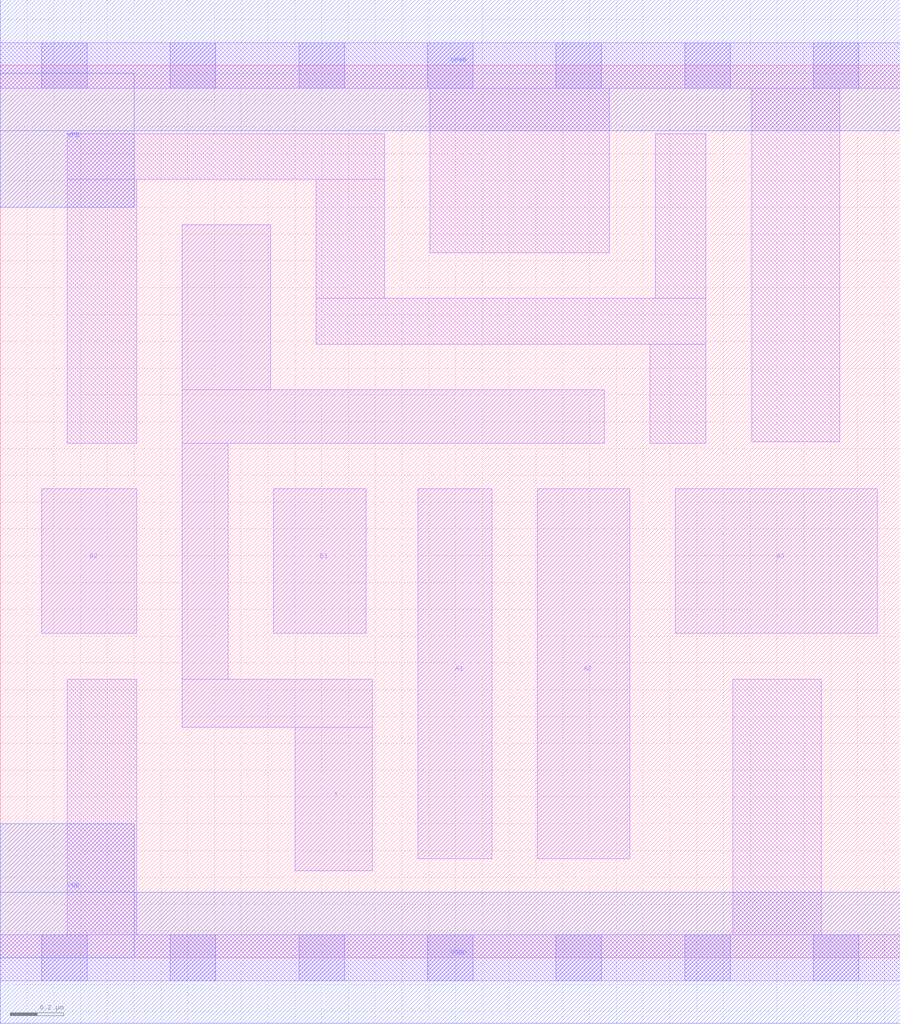
<source format=lef>
# Copyright 2020 The SkyWater PDK Authors
#
# Licensed under the Apache License, Version 2.0 (the "License");
# you may not use this file except in compliance with the License.
# You may obtain a copy of the License at
#
#     https://www.apache.org/licenses/LICENSE-2.0
#
# Unless required by applicable law or agreed to in writing, software
# distributed under the License is distributed on an "AS IS" BASIS,
# WITHOUT WARRANTIES OR CONDITIONS OF ANY KIND, either express or implied.
# See the License for the specific language governing permissions and
# limitations under the License.
#
# SPDX-License-Identifier: Apache-2.0

VERSION 5.5 ;
NAMESCASESENSITIVE ON ;
BUSBITCHARS "[]" ;
DIVIDERCHAR "/" ;
MACRO sky130_fd_sc_lp__a32oi_1
  CLASS CORE ;
  SOURCE USER ;
  ORIGIN  0.000000  0.000000 ;
  SIZE  3.360000 BY  3.330000 ;
  SYMMETRY X Y R90 ;
  SITE unit ;
  PIN A1
    ANTENNAGATEAREA  0.315000 ;
    DIRECTION INPUT ;
    USE SIGNAL ;
    PORT
      LAYER li1 ;
        RECT 1.560000 0.370000 1.835000 1.750000 ;
    END
  END A1
  PIN A2
    ANTENNAGATEAREA  0.315000 ;
    DIRECTION INPUT ;
    USE SIGNAL ;
    PORT
      LAYER li1 ;
        RECT 2.005000 0.370000 2.350000 1.750000 ;
    END
  END A2
  PIN A3
    ANTENNAGATEAREA  0.315000 ;
    DIRECTION INPUT ;
    USE SIGNAL ;
    PORT
      LAYER li1 ;
        RECT 2.520000 1.210000 3.275000 1.750000 ;
    END
  END A3
  PIN B1
    ANTENNAGATEAREA  0.315000 ;
    DIRECTION INPUT ;
    USE SIGNAL ;
    PORT
      LAYER li1 ;
        RECT 1.020000 1.210000 1.365000 1.750000 ;
    END
  END B1
  PIN B2
    ANTENNAGATEAREA  0.315000 ;
    DIRECTION INPUT ;
    USE SIGNAL ;
    PORT
      LAYER li1 ;
        RECT 0.155000 1.210000 0.510000 1.750000 ;
    END
  END B2
  PIN Y
    ANTENNADIFFAREA  0.688800 ;
    DIRECTION OUTPUT ;
    USE SIGNAL ;
    PORT
      LAYER li1 ;
        RECT 0.680000 0.860000 1.390000 1.040000 ;
        RECT 0.680000 1.040000 0.850000 1.920000 ;
        RECT 0.680000 1.920000 2.255000 2.120000 ;
        RECT 0.680000 2.120000 1.010000 2.735000 ;
        RECT 1.100000 0.325000 1.390000 0.860000 ;
    END
  END Y
  PIN VGND
    DIRECTION INOUT ;
    USE GROUND ;
    PORT
      LAYER met1 ;
        RECT 0.000000 -0.245000 3.360000 0.245000 ;
    END
  END VGND
  PIN VNB
    DIRECTION INOUT ;
    USE GROUND ;
    PORT
      LAYER met1 ;
        RECT 0.000000 0.000000 0.500000 0.500000 ;
    END
  END VNB
  PIN VPB
    DIRECTION INOUT ;
    USE POWER ;
    PORT
      LAYER met1 ;
        RECT 0.000000 2.800000 0.500000 3.300000 ;
    END
  END VPB
  PIN VPWR
    DIRECTION INOUT ;
    USE POWER ;
    PORT
      LAYER met1 ;
        RECT 0.000000 3.085000 3.360000 3.575000 ;
    END
  END VPWR
  OBS
    LAYER li1 ;
      RECT 0.000000 -0.085000 3.360000 0.085000 ;
      RECT 0.000000  3.245000 3.360000 3.415000 ;
      RECT 0.250000  0.085000 0.510000 1.040000 ;
      RECT 0.250000  1.920000 0.510000 2.905000 ;
      RECT 0.250000  2.905000 1.435000 3.075000 ;
      RECT 1.180000  2.290000 2.635000 2.460000 ;
      RECT 1.180000  2.460000 1.435000 2.905000 ;
      RECT 1.605000  2.630000 2.275000 3.245000 ;
      RECT 2.425000  1.920000 2.635000 2.290000 ;
      RECT 2.445000  2.460000 2.635000 3.075000 ;
      RECT 2.735000  0.085000 3.065000 1.040000 ;
      RECT 2.805000  1.925000 3.135000 3.245000 ;
    LAYER mcon ;
      RECT 0.155000 -0.085000 0.325000 0.085000 ;
      RECT 0.155000  3.245000 0.325000 3.415000 ;
      RECT 0.635000 -0.085000 0.805000 0.085000 ;
      RECT 0.635000  3.245000 0.805000 3.415000 ;
      RECT 1.115000 -0.085000 1.285000 0.085000 ;
      RECT 1.115000  3.245000 1.285000 3.415000 ;
      RECT 1.595000 -0.085000 1.765000 0.085000 ;
      RECT 1.595000  3.245000 1.765000 3.415000 ;
      RECT 2.075000 -0.085000 2.245000 0.085000 ;
      RECT 2.075000  3.245000 2.245000 3.415000 ;
      RECT 2.555000 -0.085000 2.725000 0.085000 ;
      RECT 2.555000  3.245000 2.725000 3.415000 ;
      RECT 3.035000 -0.085000 3.205000 0.085000 ;
      RECT 3.035000  3.245000 3.205000 3.415000 ;
  END
END sky130_fd_sc_lp__a32oi_1

</source>
